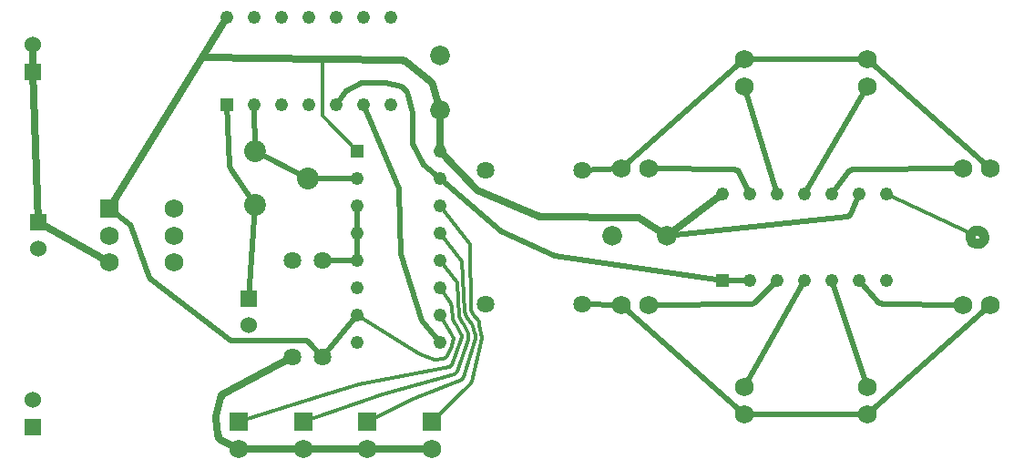
<source format=gtl>
*
%FSLAX26Y26*%
%MOIN*%
%ADD10C,0.037180*%
%ADD11C,0.013180*%
%ADD12C,0.025180*%
%ADD13C,0.019180*%
%ADD14C,0.048420*%
%ADD15C,0.064170*%
%ADD16C,0.068110*%
%ADD17R,0.068110X0.068110*%
%ADD18R,0.060240X0.060240*%
%ADD19C,0.060240*%
%ADD20C,0.079920*%
%ADD21R,0.048420X0.048420*%
%ADD22C,0.072050*%
%ADD23C,0.020000*%
%ADD24C,0.047496*%
%IPPOS*%
%LNgtl*%
%LPD*%
G75*
G54D10*
X3580000Y895000D02*
X3579508Y899935D01*
X3578052Y904675D01*
X3575689Y909035D01*
X3572511Y912843D01*
X3568645Y915948D01*
X3564242Y918229D01*
X3559475Y919596D01*
X3554532Y919996D01*
X3549607Y919411D01*
X3544895Y917867D01*
X3540580Y915422D01*
X3536832Y912174D01*
X3533800Y908250D01*
X3531602Y903805D01*
X3530324Y899013D01*
X3530018Y894063D01*
X3530694Y889151D01*
X3532327Y884468D01*
X3534852Y880200D01*
X3538169Y876514D01*
X3542150Y873556D01*
X3546635Y871441D01*
X3551450Y870253D01*
X3556405Y870039D01*
X3561304Y870808D01*
X3565955Y872528D01*
X3570175Y875133D01*
X3573798Y878519D01*
X3576681Y882554D01*
X3578712Y887078D01*
X3579809Y891914D01*
X3580000Y895000D01*
G54D11*
X1638920Y520040D02*
X1639171Y523461D01*
X1638445Y526813D01*
X1637230Y529210D01*
X1603630Y449360D02*
X1606960Y450181D01*
X1609921Y451911D01*
X1612272Y454408D01*
X1613020Y455620D01*
X1670000Y531930D02*
X1669523Y535326D01*
X1668580Y537640D01*
X1623360Y418720D02*
X1626600Y419843D01*
X1629391Y421837D01*
X1631503Y424538D01*
X1632360Y426380D01*
X1644010Y393330D02*
X1647148Y394716D01*
X1649766Y396932D01*
X1651650Y399798D01*
X1652090Y400870D01*
X1693580Y517350D02*
X1694750Y520574D01*
X1695000Y523010D01*
X1718710Y538210D02*
X1718140Y541130D01*
X1669720Y372840D02*
X1672674Y374581D01*
X1675014Y377087D01*
X1676550Y380153D01*
X1676660Y380500D01*
X1652710Y726060D02*
X1652041Y729423D01*
X1650449Y732459D01*
X1650200Y732790D01*
X1702490Y357570D02*
X1704588Y360281D01*
X1705820Y363420D01*
X1695000Y536950D02*
X1694525Y540347D01*
X1693600Y542630D01*
X1160000Y1344820D02*
X1160504Y1341427D01*
X1161947Y1338316D01*
X1163390Y1336510D01*
X1700070Y865920D02*
X1699535Y869308D01*
X1698064Y872407D01*
X1697520Y873160D01*
X3225000Y1052390D02*
X3530000Y910000D01*
X1637220Y529220D02*
X1637230Y529210D01*
X1613020Y455620D02*
X1632970Y492700D01*
X1634460Y499550D02*
X1638920Y520040D01*
X1632970Y492700D02*
X1634460Y499550D01*
X1632970Y492700D03*
X1629180Y541440D02*
X1637220Y529220D01*
X1446330Y507070D02*
X1517700Y466000D01*
X1569900Y445990D02*
X1603630Y449360D01*
X1569900Y445990D03*
X1517700Y466000D02*
X1569900Y445990D01*
X1286300Y610000D02*
X1446330Y507070D01*
X1590000Y610000D02*
X1629180Y541440D01*
X1129610Y306240D02*
X1294890Y355370D01*
X1623360Y418720D01*
X1294890Y355370D03*
X1668570Y537660D02*
X1668580Y537640D01*
X1623360Y418720D03*
X1666770Y519560D02*
X1670000Y528290D01*
X1632360Y426380D02*
X1666770Y519560D01*
X1090000Y220000D02*
X1380170Y319490D01*
X1644010Y393330D03*
X1695000Y536950D02*
Y523010D01*
X1652090Y400870D02*
X1693580Y517350D01*
X1380170Y319490D02*
X1644010Y393330D01*
X1325000Y220000D02*
X1500700Y303530D01*
X1669720Y372840D01*
X1500700Y303530D03*
X1716540Y512260D02*
X1719790Y523000D01*
X1676660Y380500D02*
X1716540Y512260D01*
X1695000Y536950D03*
X1590000Y810000D02*
X1650190Y732810D01*
X1652710Y726060D02*
X1659450Y604970D01*
X1650190Y732810D02*
X1650200Y732790D01*
X1560000Y220000D02*
X1702490Y357570D01*
X1740920Y509280D02*
X1744320Y523390D01*
X1705820Y363420D02*
X1740920Y509280D01*
X1650650Y571040D03*
X1653910Y564980D01*
X1668570Y537660D01*
X1670000Y531930D02*
Y528290D01*
D03*
X1670720Y581740D02*
X1676080Y575450D01*
X1684290Y560070D01*
X1693590Y542650D01*
X1693600Y542630D01*
X855000Y220000D02*
X1129610Y306240D01*
X1707360Y573760D02*
X1709570Y567060D01*
X1718130Y541140D01*
X1718140Y541130D01*
X1718710Y538210D02*
X1719790Y523000D01*
X1732240Y583620D03*
X1734490Y572380D01*
X1744320Y523390D01*
X1633420Y635100D02*
X1636740Y595140D01*
X1644100Y577680D02*
X1650650Y571040D01*
X1636740Y595140D02*
X1644100Y577680D01*
X1659450Y604970D02*
X1670720Y581740D01*
X1670000Y805000D02*
X1681170Y620070D01*
X1687600Y601830D02*
X1707360Y573760D01*
X1681170Y620070D02*
X1687600Y601830D01*
X1704290Y629990D02*
X1711320Y611010D01*
X1700070Y865920D02*
X1704290Y629990D01*
X1711320Y611010D02*
X1732240Y583620D01*
X1163390Y1336510D02*
X1286300Y1210000D01*
X1160000Y1344820D02*
Y1344870D01*
X1159990Y1544100D02*
X1160000Y1344870D01*
X1631360Y652090D02*
X1633420Y635100D01*
X1590000Y710000D02*
X1631360Y652090D01*
X1590000Y910000D02*
X1670000Y805000D01*
X1697510Y873170D02*
X1697520Y873160D01*
X1590000Y1010000D02*
X1697510Y873170D01*
G54D12*
X778360Y168130D02*
X779455Y163397D01*
X781481Y158981D01*
X784356Y155064D01*
X787960Y151807D01*
X792020Y149400D01*
X771090Y239350D02*
X770395Y234542D01*
X770560Y230550D01*
X799300Y320030D02*
X795283Y317297D01*
X791899Y313811D01*
X789287Y309714D01*
X787553Y305176D01*
X787440Y304740D01*
X1945760Y971790D02*
X1950407Y970371D01*
X1954650Y969920D01*
X1562160Y1452800D02*
X1560306Y1457291D01*
X1557585Y1461316D01*
X1554160Y1464670D01*
X1466490Y1534810D02*
X1462415Y1537457D01*
X1457891Y1539230D01*
X1453103Y1540055D01*
X1451780Y1540110D01*
X792020Y149400D02*
X855000Y120000D01*
X778360Y168160D02*
Y168130D01*
X770560Y230550D02*
X778360Y168160D01*
X799300Y320030D02*
X1050000Y455670D01*
X771090Y239350D02*
X787440Y304740D01*
X1325000Y120000D02*
X1560000D01*
X1090000D02*
X1325000D01*
X855000D02*
X1090000D01*
X1159990Y1544100D02*
X1451770Y1540110D01*
X719800Y1550120D02*
X1159990Y1544100D01*
X1750640Y1054270D02*
X1945710Y971810D01*
X1725390Y1064940D02*
X1750640Y1054270D01*
X2316220Y963860D02*
X2420000Y900000D01*
X1945710Y971810D02*
X1945760Y971790D01*
X1954650Y969920D02*
X2316220Y963860D01*
X2420000Y900000D02*
X2625000Y1052390D01*
X1590000Y1210000D02*
X1725390Y1064940D01*
X1590000Y1210000D02*
Y1360000D01*
X1554150Y1464680D02*
X1554160Y1464670D01*
X719800Y1550120D02*
X810000Y1697390D01*
X381890Y998430D02*
X719800Y1550120D01*
X1451770Y1540110D02*
X1451780D01*
X1466490Y1534810D02*
X1554150Y1464680D01*
X1562160Y1452800D02*
X1590000Y1360000D01*
X120000Y948470D02*
X381890Y801580D01*
X99710Y1499620D02*
X120000Y948470D01*
X99710Y1499620D02*
Y1599620D01*
G54D13*
X461690Y930280D02*
X459818Y934046D01*
X457123Y937276D01*
X456080Y938190D01*
X528200Y745010D02*
X530072Y741244D01*
X532766Y738015D01*
X534230Y736770D01*
X820130Y518710D02*
X823745Y516560D01*
X827759Y515308D01*
X831080Y515000D01*
X1110330Y509250D02*
X1107128Y511976D01*
X1103380Y513884D01*
X1099292Y514871D01*
X1097140Y515000D01*
X3079490Y968900D02*
X3083591Y969832D01*
X3087364Y971689D01*
X3090603Y974372D01*
X3093131Y977733D01*
X3094160Y979790D01*
X3098920Y1140110D02*
X3094750Y1139568D01*
X3090819Y1138072D01*
X3087343Y1135706D01*
X3084680Y1132830D01*
X2684960Y1130340D02*
X2682627Y1133839D01*
X2679546Y1136701D01*
X2675884Y1138770D01*
X2671843Y1139933D01*
X2669210Y1140170D01*
X3194790Y655910D02*
X3197932Y653115D01*
X3201636Y651124D01*
X3205701Y650048D01*
X3207950Y649870D01*
X2732730Y649910D02*
X2736899Y650466D01*
X2740825Y651975D01*
X2744295Y654352D01*
X2745170Y655170D01*
X1440090Y1066560D02*
X1439508Y1070725D01*
X1438710Y1073090D01*
X819790Y1154930D02*
X820476Y1150781D01*
X822107Y1146905D01*
X822760Y1145840D01*
X1286300Y910000D02*
Y1010000D01*
Y810000D02*
Y910000D01*
X1529020Y1158780D02*
X1590000Y1110000D01*
X1490000Y1235000D02*
Y1350000D01*
Y1235000D02*
X1529020Y1158780D01*
X1448690Y1444430D02*
X1470820Y1425980D01*
X1490000Y1350000D01*
X1305000Y1460000D02*
X1390000D01*
X1448690Y1444430D01*
X1210000Y1380000D02*
X1246600Y1428800D01*
X1305000Y1460000D01*
X1522140Y587550D02*
X1590000Y510000D01*
X1440090Y1066560D02*
X1446000Y830030D01*
X1522140Y587550D01*
X461690Y930280D02*
X461700Y930270D01*
X528200Y745010D01*
X534230Y736770D03*
X820130Y518710D01*
X831080Y515000D02*
X1097140D01*
X831080D03*
X1110330Y509250D02*
X1110340Y509240D01*
X381890Y998430D02*
X456080Y938190D01*
X1110340Y509240D02*
X1160000Y455670D01*
X2625000Y735000D02*
X2725000D01*
X2010580Y823980D02*
X2625000Y735000D01*
X1590000Y1110000D02*
X1814150Y914770D01*
X2010580Y823980D03*
X1814150Y914770D02*
X2010580Y823980D01*
X3079450Y968900D02*
X3079490D01*
X2420000Y900000D02*
X3079450Y968900D01*
X3094160Y979790D02*
X3125000Y1052390D01*
X3025000D02*
X3084680Y1132830D01*
X3098920Y1140110D03*
X3505000Y1145000D01*
X2669200Y1140170D02*
X2669210D01*
X2355000Y1145000D02*
X2669200Y1140170D01*
X2684960Y1130340D02*
X2725000Y1052390D01*
X2925000D02*
X3155000Y1445000D01*
X2705000D02*
X2825000Y1052390D01*
X3125000Y735000D02*
X3194790Y655910D01*
X3207950Y649870D03*
X3505000Y645000D01*
X3025000Y735000D02*
X3155000Y345000D01*
X2705000D02*
X2925000Y735000D01*
X2745170Y655170D02*
X2825000Y735000D01*
X2732680Y649910D02*
X2732730D01*
X2355000Y645000D02*
X2732680Y649910D01*
X3155000Y245000D02*
X3605000Y645000D01*
X2705000Y245000D02*
X3155000D01*
X2255000Y645000D02*
X2705000Y245000D01*
X2110000Y650000D02*
X2255000Y645000D01*
X3155000Y1545000D02*
X3605000Y1145000D01*
X2705000Y1545000D02*
X3155000D01*
X2255000Y1145000D02*
X2705000Y1545000D01*
X2110000Y1140000D02*
X2255000Y1145000D01*
X1438690Y1073120D02*
X1438710Y1073090D01*
X1310000Y1380000D02*
X1438690Y1073120D01*
X1160000Y455670D02*
X1286300Y610000D01*
X1160000Y810000D02*
X1286300D01*
X822760Y1145840D02*
X912000Y1011000D01*
X890000Y668470D02*
X912000Y1011000D01*
X819780Y1154990D02*
Y1154930D01*
X810000Y1380000D02*
X819780Y1154990D01*
X910000Y1380000D02*
X912000Y1209000D01*
X1108000Y1110000D01*
X1286300D01*
G54D14*
X810000Y1697390D03*
X1590000Y1210000D03*
X2625000Y1052390D03*
X1410000Y1697390D03*
X1310000D03*
X1210000D03*
X1110000D03*
X1010000D03*
X910000D03*
X1410000Y1380000D03*
X1310000D03*
X1210000D03*
X1110000D03*
X1010000D03*
X910000D03*
X1286300Y1110000D03*
Y1010000D03*
Y910000D03*
Y810000D03*
Y710000D03*
Y610000D03*
Y510000D03*
X1590000Y1110000D03*
Y1010000D03*
Y910000D03*
Y810000D03*
Y710000D03*
Y610000D03*
Y510000D03*
X3225000Y1052390D03*
X3125000D03*
X3025000D03*
X2925000D03*
X2825000D03*
X2725000D03*
X3225000Y735000D03*
X3125000D03*
X3025000D03*
X2925000D03*
X2825000D03*
X2725000D03*
G54D15*
X2110000Y1140000D03*
X1755670D03*
Y650000D03*
X2110000D03*
X1050000Y455670D03*
Y810000D03*
X1160000D03*
Y455670D03*
G54D16*
X618110Y998430D03*
Y900000D03*
Y801580D03*
X381890Y900000D03*
Y801580D03*
X2705000Y345000D03*
Y245000D03*
X3155000Y345000D03*
Y245000D03*
X3505000Y645000D03*
X3605000D03*
X3505000Y1145000D03*
X3605000D03*
X3155000Y1445000D03*
Y1545000D03*
X2705000Y1445000D03*
Y1545000D03*
X2355000Y1145000D03*
X2255000D03*
X2355000Y645000D03*
X2255000D03*
X855000Y120000D03*
X1090000D03*
X1325000D03*
X1560000D03*
G54D17*
X381890Y998430D03*
X855000Y220000D03*
X1090000D03*
X1325000D03*
X1560000D03*
G54D18*
X120000Y948470D03*
X99710Y199620D03*
Y1499620D03*
X890000Y668470D03*
G54D19*
X120000Y851530D03*
X99710Y299620D03*
Y1599620D03*
X890000Y571530D03*
G54D20*
X912000Y1011000D03*
X1108000Y1110000D03*
X912000Y1209000D03*
G54D21*
X810000Y1380000D03*
X2625000Y735000D03*
X1286300Y1210000D03*
G54D22*
X2420000Y900000D03*
X2220000D03*
X1590000Y1360000D03*
Y1560000D03*
%LPC*%
G75*
X1590000Y1560000D02*
G54D23*
X2136870Y582750D02*
X1780379D01*
X1700000Y0D01*
X0D01*
Y1800000D01*
X1700000D01*
X1780975Y1212930D01*
X2135160D01*
X2146254Y1239762D01*
X2158254Y1266200D01*
X2171145Y1292216D01*
X2184912Y1317779D01*
X2199541Y1342859D01*
X2215013Y1367428D01*
X2231312Y1391456D01*
X2248418Y1414917D01*
X2266311Y1437783D01*
X2284970Y1460027D01*
X2304375Y1481625D01*
X2324503Y1502550D01*
X2345330Y1522780D01*
X2366833Y1542290D01*
X2388986Y1561058D01*
X2411765Y1579062D01*
X2435142Y1596282D01*
X2459091Y1612697D01*
X2483583Y1628289D01*
X2508592Y1643040D01*
X2534087Y1656932D01*
X2560040Y1669950D01*
X2586420Y1682078D01*
X2613197Y1693303D01*
X2640340Y1703611D01*
X2667818Y1712991D01*
X2695599Y1721431D01*
X2723650Y1728923D01*
X2751940Y1735457D01*
X2780436Y1741026D01*
X2809104Y1745623D01*
X2837912Y1749243D01*
X2866826Y1751882D01*
X2895814Y1753537D01*
X2924841Y1754206D01*
X2953873Y1753888D01*
X2982879Y1752583D01*
X3011823Y1750294D01*
X3040673Y1747022D01*
X3069394Y1742772D01*
X3097955Y1737548D01*
X3126322Y1731356D01*
X3154462Y1724204D01*
X3182342Y1716100D01*
X3209931Y1707053D01*
X3237197Y1697074D01*
X3264108Y1686174D01*
X3290633Y1674365D01*
X3316741Y1661662D01*
X3342402Y1648079D01*
X3367587Y1633632D01*
X3392267Y1618337D01*
X3416412Y1602212D01*
X3439996Y1585276D01*
X3462990Y1567549D01*
X3485369Y1549050D01*
X3507106Y1529801D01*
X3528176Y1509825D01*
X3548555Y1489144D01*
X3568220Y1467782D01*
X3587147Y1445765D01*
X3605315Y1423117D01*
X3622703Y1399865D01*
X3639291Y1376035D01*
X3655059Y1351656D01*
X3669989Y1326754D01*
X3684065Y1301359D01*
X3697270Y1275501D01*
X3709588Y1249209D01*
X3721005Y1222514D01*
X3731509Y1195446D01*
X3741087Y1168036D01*
X3749728Y1140317D01*
X3757421Y1112321D01*
X3764159Y1084079D01*
X3769933Y1055624D01*
X3774737Y1026990D01*
X3778565Y998209D01*
X3781413Y969314D01*
X3783277Y940339D01*
X3784155Y911318D01*
X3784046Y882284D01*
X3782951Y853270D01*
X3780870Y824310D01*
X3777807Y795437D01*
X3773764Y766685D01*
X3768746Y738088D01*
X3762759Y709677D01*
X3755810Y681486D01*
X3747907Y653548D01*
X3739060Y625894D01*
X3729277Y598557D01*
X3718571Y571569D01*
X3706954Y544959D01*
X3694440Y518760D01*
X3681042Y493001D01*
X3666777Y467713D01*
X3651661Y442924D01*
X3635711Y418663D01*
X3618945Y394958D01*
X3601384Y371836D01*
X3583047Y349325D01*
X3563956Y327450D01*
X3544132Y306236D01*
X3523598Y285708D01*
X3502379Y265890D01*
X3480499Y246804D01*
X3457983Y228473D01*
X3434857Y210918D01*
X3411147Y194159D01*
X3386882Y178215D01*
X3362089Y163105D01*
X3336796Y148847D01*
X3311034Y135456D01*
X3284832Y122949D01*
X3258219Y111339D01*
X3231228Y100640D01*
X3203888Y90865D01*
X3176232Y82025D01*
X3148292Y74129D01*
X3120099Y67188D01*
X3091687Y61208D01*
X3063088Y56198D01*
X3034335Y52163D01*
X3005462Y49107D01*
X2976501Y47034D01*
X2947487Y45946D01*
X2918452Y45846D01*
X2889431Y46731D01*
X2860457Y48603D01*
X2831563Y51458D01*
X2802783Y55294D01*
X2774150Y60105D01*
X2745697Y65887D01*
X2717457Y72632D01*
X2689462Y80334D01*
X2661745Y88982D01*
X2634339Y98567D01*
X2607273Y109078D01*
X2580581Y120502D01*
X2554292Y132827D01*
X2528438Y146039D01*
X2503047Y160121D01*
X2478149Y175059D01*
X2453774Y190833D01*
X2429948Y207427D01*
X2406701Y224821D01*
X2384058Y242996D01*
X2362045Y261929D01*
X2340689Y281599D01*
X2320014Y301984D01*
X2300043Y323059D01*
X2280800Y344801D01*
X2262307Y367185D01*
X2244586Y390184D01*
X2227656Y413772D01*
X2211538Y437921D01*
X2196249Y462605D01*
X2181809Y487794D01*
X2168233Y513459D01*
X2155537Y539570D01*
X2143735Y566098D01*
X2139340Y576644D01*
X2136870Y582750D01*
G54D24*
X1794070Y567041D03*
X2126305D03*
X2124533Y1228639D03*
X1794666D03*
M02*

</source>
